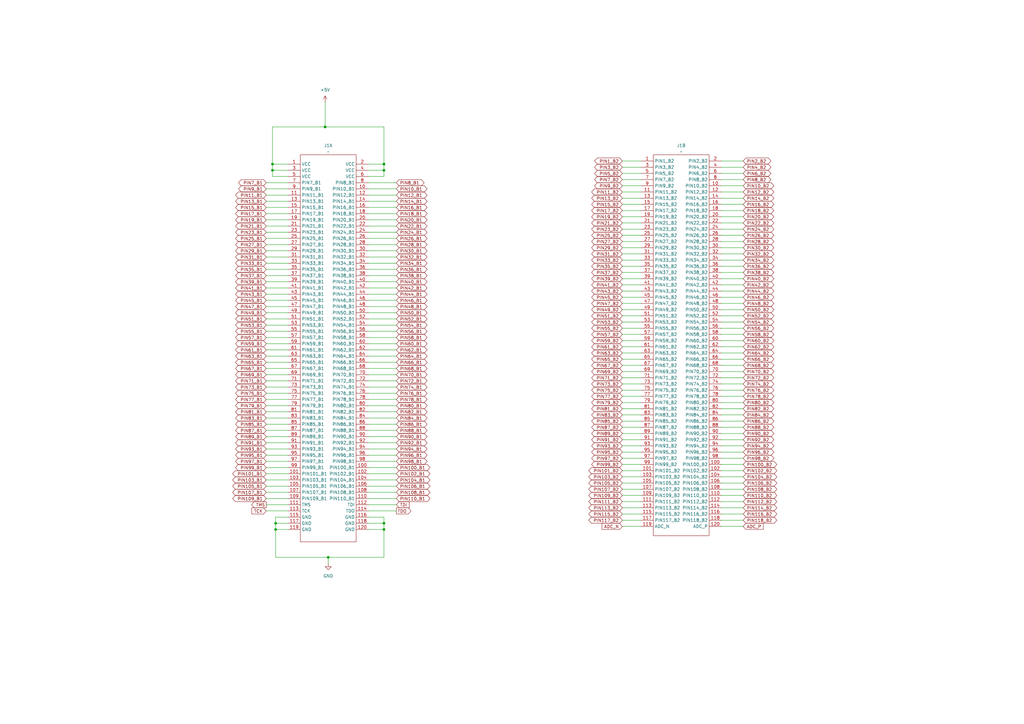
<source format=kicad_sch>
(kicad_sch (version 20231120) (generator "eeschema") (generator_version "8.0")
  (paper "A3")
  (junction (at 111.76 69.85))
  (junction (at 134.62 228.6))
  (junction (at 157.48 217.17))
  (junction (at 157.48 67.31))
  (junction (at 113.03 217.17))
  (junction (at 157.48 69.85))
  (junction (at 113.03 214.63))
  (junction (at 157.48 214.63))
  (junction (at 111.76 67.31))
  (junction (at 133.35 52.07))
  (wire (pts (xy 304.8 116.84) (xy 295.91 116.84)))
  (wire (pts (xy 111.76 69.85) (xy 118.11 69.85)))
  (wire (pts (xy 109.22 110.49) (xy 118.11 110.49)))
  (wire (pts (xy 304.8 121.92) (xy 295.91 121.92)))
  (wire (pts (xy 162.56 115.57) (xy 151.13 115.57)))
  (wire (pts (xy 304.8 83.82) (xy 295.91 83.82)))
  (wire (pts (xy 162.56 151.13) (xy 151.13 151.13)))
  (wire (pts (xy 304.8 104.14) (xy 295.91 104.14)))
  (wire (pts (xy 304.8 144.78) (xy 295.91 144.78)))
  (wire (pts (xy 255.27 106.68) (xy 262.89 106.68)))
  (wire (pts (xy 304.8 111.76) (xy 295.91 111.76)))
  (wire (pts (xy 109.22 161.29) (xy 118.11 161.29)))
  (wire (pts (xy 304.8 71.12) (xy 295.91 71.12)))
  (wire (pts (xy 255.27 68.58) (xy 262.89 68.58)))
  (wire (pts (xy 111.76 52.07) (xy 111.76 67.31)))
  (wire (pts (xy 157.48 214.63) (xy 157.48 212.09)))
  (wire (pts (xy 157.48 228.6) (xy 157.48 217.17)))
  (wire (pts (xy 255.27 101.6) (xy 262.89 101.6)))
  (wire (pts (xy 151.13 67.31) (xy 157.48 67.31)))
  (wire (pts (xy 162.56 85.09) (xy 151.13 85.09)))
  (wire (pts (xy 304.8 81.28) (xy 295.91 81.28)))
  (wire (pts (xy 304.8 190.5) (xy 295.91 190.5)))
  (wire (pts (xy 255.27 165.1) (xy 262.89 165.1)))
  (wire (pts (xy 109.22 138.43) (xy 118.11 138.43)))
  (wire (pts (xy 109.22 163.83) (xy 118.11 163.83)))
  (wire (pts (xy 162.56 191.77) (xy 151.13 191.77)))
  (wire (pts (xy 109.22 77.47) (xy 118.11 77.47)))
  (wire (pts (xy 255.27 114.3) (xy 262.89 114.3)))
  (wire (pts (xy 255.27 124.46) (xy 262.89 124.46)))
  (wire (pts (xy 162.56 166.37) (xy 151.13 166.37)))
  (wire (pts (xy 304.8 134.62) (xy 295.91 134.62)))
  (wire (pts (xy 304.8 208.28) (xy 295.91 208.28)))
  (wire (pts (xy 255.27 144.78) (xy 262.89 144.78)))
  (wire (pts (xy 304.8 167.64) (xy 295.91 167.64)))
  (wire (pts (xy 255.27 154.94) (xy 262.89 154.94)))
  (wire (pts (xy 255.27 215.9) (xy 262.89 215.9)))
  (wire (pts (xy 109.22 133.35) (xy 118.11 133.35)))
  (wire (pts (xy 304.8 96.52) (xy 295.91 96.52)))
  (wire (pts (xy 162.56 204.47) (xy 151.13 204.47)))
  (wire (pts (xy 109.22 158.75) (xy 118.11 158.75)))
  (wire (pts (xy 162.56 196.85) (xy 151.13 196.85)))
  (wire (pts (xy 304.8 203.2) (xy 295.91 203.2)))
  (wire (pts (xy 304.8 86.36) (xy 295.91 86.36)))
  (wire (pts (xy 255.27 86.36) (xy 262.89 86.36)))
  (wire (pts (xy 255.27 96.52) (xy 262.89 96.52)))
  (wire (pts (xy 162.56 97.79) (xy 151.13 97.79)))
  (wire (pts (xy 304.8 187.96) (xy 295.91 187.96)))
  (wire (pts (xy 109.22 207.01) (xy 118.11 207.01)))
  (wire (pts (xy 304.8 147.32) (xy 295.91 147.32)))
  (wire (pts (xy 255.27 205.74) (xy 262.89 205.74)))
  (wire (pts (xy 162.56 209.55) (xy 151.13 209.55)))
  (wire (pts (xy 162.56 77.47) (xy 151.13 77.47)))
  (wire (pts (xy 157.48 52.07) (xy 133.35 52.07)))
  (wire (pts (xy 255.27 111.76) (xy 262.89 111.76)))
  (wire (pts (xy 162.56 176.53) (xy 151.13 176.53)))
  (wire (pts (xy 255.27 162.56) (xy 262.89 162.56)))
  (wire (pts (xy 255.27 152.4) (xy 262.89 152.4)))
  (wire (pts (xy 255.27 147.32) (xy 262.89 147.32)))
  (wire (pts (xy 162.56 107.95) (xy 151.13 107.95)))
  (wire (pts (xy 255.27 137.16) (xy 262.89 137.16)))
  (wire (pts (xy 255.27 182.88) (xy 262.89 182.88)))
  (wire (pts (xy 162.56 113.03) (xy 151.13 113.03)))
  (wire (pts (xy 255.27 193.04) (xy 262.89 193.04)))
  (wire (pts (xy 109.22 87.63) (xy 118.11 87.63)))
  (wire (pts (xy 113.03 214.63) (xy 113.03 217.17)))
  (wire (pts (xy 162.56 173.99) (xy 151.13 173.99)))
  (wire (pts (xy 304.8 170.18) (xy 295.91 170.18)))
  (wire (pts (xy 255.27 170.18) (xy 262.89 170.18)))
  (wire (pts (xy 109.22 102.87) (xy 118.11 102.87)))
  (wire (pts (xy 304.8 205.74) (xy 295.91 205.74)))
  (wire (pts (xy 304.8 149.86) (xy 295.91 149.86)))
  (wire (pts (xy 255.27 142.24) (xy 262.89 142.24)))
  (wire (pts (xy 109.22 209.55) (xy 118.11 209.55)))
  (wire (pts (xy 255.27 157.48) (xy 262.89 157.48)))
  (wire (pts (xy 162.56 87.63) (xy 151.13 87.63)))
  (wire (pts (xy 255.27 149.86) (xy 262.89 149.86)))
  (wire (pts (xy 109.22 186.69) (xy 118.11 186.69)))
  (wire (pts (xy 109.22 184.15) (xy 118.11 184.15)))
  (wire (pts (xy 304.8 185.42) (xy 295.91 185.42)))
  (wire (pts (xy 162.56 138.43) (xy 151.13 138.43)))
  (wire (pts (xy 109.22 107.95) (xy 118.11 107.95)))
  (wire (pts (xy 304.8 137.16) (xy 295.91 137.16)))
  (wire (pts (xy 134.62 228.6) (xy 157.48 228.6)))
  (wire (pts (xy 162.56 168.91) (xy 151.13 168.91)))
  (wire (pts (xy 255.27 129.54) (xy 262.89 129.54)))
  (wire (pts (xy 109.22 74.93) (xy 118.11 74.93)))
  (wire (pts (xy 111.76 67.31) (xy 118.11 67.31)))
  (wire (pts (xy 133.35 41.91) (xy 133.35 52.07)))
  (wire (pts (xy 255.27 93.98) (xy 262.89 93.98)))
  (wire (pts (xy 134.62 228.6) (xy 134.62 231.14)))
  (wire (pts (xy 133.35 52.07) (xy 111.76 52.07)))
  (wire (pts (xy 304.8 114.3) (xy 295.91 114.3)))
  (wire (pts (xy 162.56 201.93) (xy 151.13 201.93)))
  (wire (pts (xy 109.22 148.59) (xy 118.11 148.59)))
  (wire (pts (xy 255.27 99.06) (xy 262.89 99.06)))
  (wire (pts (xy 304.8 182.88) (xy 295.91 182.88)))
  (wire (pts (xy 304.8 106.68) (xy 295.91 106.68)))
  (wire (pts (xy 304.8 213.36) (xy 295.91 213.36)))
  (wire (pts (xy 109.22 199.39) (xy 118.11 199.39)))
  (wire (pts (xy 304.8 132.08) (xy 295.91 132.08)))
  (wire (pts (xy 111.76 67.31) (xy 111.76 69.85)))
  (wire (pts (xy 304.8 109.22) (xy 295.91 109.22)))
  (wire (pts (xy 304.8 68.58) (xy 295.91 68.58)))
  (wire (pts (xy 109.22 156.21) (xy 118.11 156.21)))
  (wire (pts (xy 109.22 123.19) (xy 118.11 123.19)))
  (wire (pts (xy 109.22 196.85) (xy 118.11 196.85)))
  (wire (pts (xy 162.56 163.83) (xy 151.13 163.83)))
  (wire (pts (xy 157.48 67.31) (xy 157.48 52.07)))
  (wire (pts (xy 255.27 83.82) (xy 262.89 83.82)))
  (wire (pts (xy 255.27 160.02) (xy 262.89 160.02)))
  (wire (pts (xy 304.8 193.04) (xy 295.91 193.04)))
  (wire (pts (xy 255.27 180.34) (xy 262.89 180.34)))
  (wire (pts (xy 109.22 194.31) (xy 118.11 194.31)))
  (wire (pts (xy 304.8 101.6) (xy 295.91 101.6)))
  (wire (pts (xy 304.8 165.1) (xy 295.91 165.1)))
  (wire (pts (xy 255.27 73.66) (xy 262.89 73.66)))
  (wire (pts (xy 304.8 76.2) (xy 295.91 76.2)))
  (wire (pts (xy 157.48 217.17) (xy 157.48 214.63)))
  (wire (pts (xy 304.8 93.98) (xy 295.91 93.98)))
  (wire (pts (xy 113.03 217.17) (xy 113.03 228.6)))
  (wire (pts (xy 255.27 200.66) (xy 262.89 200.66)))
  (wire (pts (xy 109.22 143.51) (xy 118.11 143.51)))
  (wire (pts (xy 113.03 217.17) (xy 118.11 217.17)))
  (wire (pts (xy 255.27 66.04) (xy 262.89 66.04)))
  (wire (pts (xy 157.48 72.39) (xy 157.48 69.85)))
  (wire (pts (xy 255.27 203.2) (xy 262.89 203.2)))
  (wire (pts (xy 162.56 80.01) (xy 151.13 80.01)))
  (wire (pts (xy 109.22 201.93) (xy 118.11 201.93)))
  (wire (pts (xy 109.22 105.41) (xy 118.11 105.41)))
  (wire (pts (xy 162.56 199.39) (xy 151.13 199.39)))
  (wire (pts (xy 304.8 157.48) (xy 295.91 157.48)))
  (wire (pts (xy 109.22 130.81) (xy 118.11 130.81)))
  (wire (pts (xy 255.27 139.7) (xy 262.89 139.7)))
  (wire (pts (xy 162.56 125.73) (xy 151.13 125.73)))
  (wire (pts (xy 162.56 133.35) (xy 151.13 133.35)))
  (wire (pts (xy 304.8 124.46) (xy 295.91 124.46)))
  (wire (pts (xy 304.8 162.56) (xy 295.91 162.56)))
  (wire (pts (xy 109.22 125.73) (xy 118.11 125.73)))
  (wire (pts (xy 109.22 80.01) (xy 118.11 80.01)))
  (wire (pts (xy 162.56 158.75) (xy 151.13 158.75)))
  (wire (pts (xy 162.56 156.21) (xy 151.13 156.21)))
  (wire (pts (xy 304.8 119.38) (xy 295.91 119.38)))
  (wire (pts (xy 111.76 69.85) (xy 111.76 72.39)))
  (wire (pts (xy 113.03 214.63) (xy 118.11 214.63)))
  (wire (pts (xy 255.27 109.22) (xy 262.89 109.22)))
  (wire (pts (xy 162.56 194.31) (xy 151.13 194.31)))
  (wire (pts (xy 255.27 88.9) (xy 262.89 88.9)))
  (wire (pts (xy 304.8 175.26) (xy 295.91 175.26)))
  (wire (pts (xy 162.56 92.71) (xy 151.13 92.71)))
  (wire (pts (xy 304.8 195.58) (xy 295.91 195.58)))
  (wire (pts (xy 255.27 198.12) (xy 262.89 198.12)))
  (wire (pts (xy 162.56 123.19) (xy 151.13 123.19)))
  (wire (pts (xy 162.56 184.15) (xy 151.13 184.15)))
  (wire (pts (xy 113.03 228.6) (xy 134.62 228.6)))
  (wire (pts (xy 255.27 208.28) (xy 262.89 208.28)))
  (wire (pts (xy 304.8 152.4) (xy 295.91 152.4)))
  (wire (pts (xy 255.27 177.8) (xy 262.89 177.8)))
  (wire (pts (xy 162.56 105.41) (xy 151.13 105.41)))
  (wire (pts (xy 109.22 118.11) (xy 118.11 118.11)))
  (wire (pts (xy 162.56 90.17) (xy 151.13 90.17)))
  (wire (pts (xy 109.22 135.89) (xy 118.11 135.89)))
  (wire (pts (xy 109.22 181.61) (xy 118.11 181.61)))
  (wire (pts (xy 109.22 153.67) (xy 118.11 153.67)))
  (wire (pts (xy 109.22 97.79) (xy 118.11 97.79)))
  (wire (pts (xy 255.27 213.36) (xy 262.89 213.36)))
  (wire (pts (xy 255.27 190.5) (xy 262.89 190.5)))
  (wire (pts (xy 304.8 177.8) (xy 295.91 177.8)))
  (wire (pts (xy 304.8 73.66) (xy 295.91 73.66)))
  (wire (pts (xy 162.56 120.65) (xy 151.13 120.65)))
  (wire (pts (xy 304.8 154.94) (xy 295.91 154.94)))
  (wire (pts (xy 304.8 198.12) (xy 295.91 198.12)))
  (wire (pts (xy 109.22 82.55) (xy 118.11 82.55)))
  (wire (pts (xy 255.27 187.96) (xy 262.89 187.96)))
  (wire (pts (xy 162.56 189.23) (xy 151.13 189.23)))
  (wire (pts (xy 255.27 104.14) (xy 262.89 104.14)))
  (wire (pts (xy 255.27 210.82) (xy 262.89 210.82)))
  (wire (pts (xy 157.48 212.09) (xy 151.13 212.09)))
  (wire (pts (xy 304.8 91.44) (xy 295.91 91.44)))
  (wire (pts (xy 162.56 82.55) (xy 151.13 82.55)))
  (wire (pts (xy 255.27 195.58) (xy 262.89 195.58)))
  (wire (pts (xy 304.8 215.9) (xy 295.91 215.9)))
  (wire (pts (xy 162.56 118.11) (xy 151.13 118.11)))
  (wire (pts (xy 304.8 142.24) (xy 295.91 142.24)))
  (wire (pts (xy 109.22 113.03) (xy 118.11 113.03)))
  (wire (pts (xy 109.22 204.47) (xy 118.11 204.47)))
  (wire (pts (xy 255.27 175.26) (xy 262.89 175.26)))
  (wire (pts (xy 109.22 128.27) (xy 118.11 128.27)))
  (wire (pts (xy 162.56 161.29) (xy 151.13 161.29)))
  (wire (pts (xy 162.56 171.45) (xy 151.13 171.45)))
  (wire (pts (xy 162.56 181.61) (xy 151.13 181.61)))
  (wire (pts (xy 162.56 128.27) (xy 151.13 128.27)))
  (wire (pts (xy 113.03 212.09) (xy 113.03 214.63)))
  (wire (pts (xy 162.56 148.59) (xy 151.13 148.59)))
  (wire (pts (xy 162.56 110.49) (xy 151.13 110.49)))
  (wire (pts (xy 109.22 140.97) (xy 118.11 140.97)))
  (wire (pts (xy 162.56 135.89) (xy 151.13 135.89)))
  (wire (pts (xy 255.27 116.84) (xy 262.89 116.84)))
  (wire (pts (xy 162.56 186.69) (xy 151.13 186.69)))
  (wire (pts (xy 111.76 72.39) (xy 118.11 72.39)))
  (wire (pts (xy 255.27 76.2) (xy 262.89 76.2)))
  (wire (pts (xy 255.27 167.64) (xy 262.89 167.64)))
  (wire (pts (xy 109.22 176.53) (xy 118.11 176.53)))
  (wire (pts (xy 304.8 88.9) (xy 295.91 88.9)))
  (wire (pts (xy 109.22 166.37) (xy 118.11 166.37)))
  (wire (pts (xy 162.56 102.87) (xy 151.13 102.87)))
  (wire (pts (xy 151.13 214.63) (xy 157.48 214.63)))
  (wire (pts (xy 109.22 146.05) (xy 118.11 146.05)))
  (wire (pts (xy 304.8 78.74) (xy 295.91 78.74)))
  (wire (pts (xy 255.27 134.62) (xy 262.89 134.62)))
  (wire (pts (xy 151.13 72.39) (xy 157.48 72.39)))
  (wire (pts (xy 255.27 119.38) (xy 262.89 119.38)))
  (wire (pts (xy 162.56 207.01) (xy 151.13 207.01)))
  (wire (pts (xy 304.8 210.82) (xy 295.91 210.82)))
  (wire (pts (xy 109.22 95.25) (xy 118.11 95.25)))
  (wire (pts (xy 304.8 160.02) (xy 295.91 160.02)))
  (wire (pts (xy 304.8 200.66) (xy 295.91 200.66)))
  (wire (pts (xy 255.27 172.72) (xy 262.89 172.72)))
  (wire (pts (xy 304.8 172.72) (xy 295.91 172.72)))
  (wire (pts (xy 157.48 69.85) (xy 157.48 67.31)))
  (wire (pts (xy 162.56 179.07) (xy 151.13 179.07)))
  (wire (pts (xy 118.11 212.09) (xy 113.03 212.09)))
  (wire (pts (xy 162.56 140.97) (xy 151.13 140.97)))
  (wire (pts (xy 255.27 121.92) (xy 262.89 121.92)))
  (wire (pts (xy 109.22 100.33) (xy 118.11 100.33)))
  (wire (pts (xy 304.8 127) (xy 295.91 127)))
  (wire (pts (xy 162.56 74.93) (xy 151.13 74.93)))
  (wire (pts (xy 255.27 132.08) (xy 262.89 132.08)))
  (wire (pts (xy 162.56 95.25) (xy 151.13 95.25)))
  (wire (pts (xy 255.27 127) (xy 262.89 127)))
  (wire (pts (xy 109.22 189.23) (xy 118.11 189.23)))
  (wire (pts (xy 255.27 91.44) (xy 262.89 91.44)))
  (wire (pts (xy 109.22 115.57) (xy 118.11 115.57)))
  (wire (pts (xy 162.56 146.05) (xy 151.13 146.05)))
  (wire (pts (xy 109.22 179.07) (xy 118.11 179.07)))
  (wire (pts (xy 255.27 185.42) (xy 262.89 185.42)))
  (wire (pts (xy 304.8 129.54) (xy 295.91 129.54)))
  (wire (pts (xy 162.56 130.81) (xy 151.13 130.81)))
  (wire (pts (xy 151.13 69.85) (xy 157.48 69.85)))
  (wire (pts (xy 109.22 173.99) (xy 118.11 173.99)))
  (wire (pts (xy 109.22 191.77) (xy 118.11 191.77)))
  (wire (pts (xy 304.8 139.7) (xy 295.91 139.7)))
  (wire (pts (xy 255.27 81.28) (xy 262.89 81.28)))
  (wire (pts (xy 109.22 151.13) (xy 118.11 151.13)))
  (wire (pts (xy 304.8 99.06) (xy 295.91 99.06)))
  (wire (pts (xy 162.56 153.67) (xy 151.13 153.67)))
  (wire (pts (xy 304.8 66.04) (xy 295.91 66.04)))
  (wire (pts (xy 255.27 71.12) (xy 262.89 71.12)))
  (wire (pts (xy 162.56 100.33) (xy 151.13 100.33)))
  (wire (pts (xy 151.13 217.17) (xy 157.48 217.17)))
  (wire (pts (xy 109.22 171.45) (xy 118.11 171.45)))
  (wire (pts (xy 109.22 90.17) (xy 118.11 90.17)))
  (wire (pts (xy 255.27 78.74) (xy 262.89 78.74)))
  (wire (pts (xy 109.22 92.71) (xy 118.11 92.71)))
  (wire (pts (xy 162.56 143.51) (xy 151.13 143.51)))
  (wire (pts (xy 109.22 168.91) (xy 118.11 168.91)))
  (wire (pts (xy 109.22 85.09) (xy 118.11 85.09)))
  (wire (pts (xy 109.22 120.65) (xy 118.11 120.65)))
  (wire (pts (xy 304.8 180.34) (xy 295.91 180.34)))
  (global_label "PIN31_B1" (shape bidirectional) (at 109.22 105.41 180) (property "Intersheetrefs" "${INTERSHEET_REFS}" (effects (hide yes))))
  (global_label "PIN23_B2" (shape bidirectional) (at 255.27 93.98 180) (property "Intersheetrefs" "${INTERSHEET_REFS}" (effects (hide yes))))
  (global_label "PIN90_B1" (shape bidirectional) (at 162.56 179.07 0) (property "Intersheetrefs" "${INTERSHEET_REFS}" (effects (hide yes))))
  (global_label "PIN67_B1" (shape bidirectional) (at 109.22 151.13 180) (property "Intersheetrefs" "${INTERSHEET_REFS}" (effects (hide yes))))
  (global_label "PIN28_B1" (shape bidirectional) (at 162.56 100.33 0) (property "Intersheetrefs" "${INTERSHEET_REFS}" (effects (hide yes))))
  (global_label "PIN39_B2" (shape bidirectional) (at 255.27 114.3 180) (property "Intersheetrefs" "${INTERSHEET_REFS}" (effects (hide yes))))
  (global_label "PIN11_B1" (shape bidirectional) (at 109.22 80.01 180) (property "Intersheetrefs" "${INTERSHEET_REFS}" (effects (hide yes))))
  (global_label "PIN55_B2" (shape bidirectional) (at 255.27 134.62 180) (property "Intersheetrefs" "${INTERSHEET_REFS}" (effects (hide yes))))
  (global_label "PIN58_B2" (shape bidirectional) (at 304.8 137.16 0) (property "Intersheetrefs" "${INTERSHEET_REFS}" (effects (hide yes))))
  (global_label "PIN62_B1" (shape bidirectional) (at 162.56 143.51 0) (property "Intersheetrefs" "${INTERSHEET_REFS}" (effects (hide yes))))
  (global_label "PIN62_B2" (shape bidirectional) (at 304.8 142.24 0) (property "Intersheetrefs" "${INTERSHEET_REFS}" (effects (hide yes))))
  (global_label "PIN79_B1" (shape bidirectional) (at 109.22 166.37 180) (property "Intersheetrefs" "${INTERSHEET_REFS}" (effects (hide yes))))
  (global_label "PIN73_B1" (shape bidirectional) (at 109.22 158.75 180) (property "Intersheetrefs" "${INTERSHEET_REFS}" (effects (hide yes))))
  (global_label "PIN38_B2" (shape bidirectional) (at 304.8 111.76 0) (property "Intersheetrefs" "${INTERSHEET_REFS}" (effects (hide yes))))
  (global_label "PIN102_B2" (shape bidirectional) (at 304.8 193.04 0) (property "Intersheetrefs" "${INTERSHEET_REFS}" (effects (hide yes))))
  (global_label "PIN5_B2" (shape bidirectional) (at 255.27 71.12 180) (property "Intersheetrefs" "${INTERSHEET_REFS}" (effects (hide yes))))
  (global_label "PIN81_B1" (shape bidirectional) (at 109.22 168.91 180) (property "Intersheetrefs" "${INTERSHEET_REFS}" (effects (hide yes))))
  (global_label "PIN86_B2" (shape bidirectional) (at 304.8 172.72 0) (property "Intersheetrefs" "${INTERSHEET_REFS}" (effects (hide yes))))
  (global_label "PIN98_B1" (shape bidirectional) (at 162.56 189.23 0) (property "Intersheetrefs" "${INTERSHEET_REFS}" (effects (hide yes))))
  (global_label "PIN83_B2" (shape bidirectional) (at 255.27 170.18 180) (property "Intersheetrefs" "${INTERSHEET_REFS}" (effects (hide yes))))
  (global_label "PIN54_B1" (shape bidirectional) (at 162.56 133.35 0) (property "Intersheetrefs" "${INTERSHEET_REFS}" (effects (hide yes))))
  (global_label "TDO" (shape output) (at 162.56 209.55 0) (property "Intersheetrefs" "${INTERSHEET_REFS}" (effects (hide yes))))
  (global_label "PIN68_B2" (shape bidirectional) (at 304.8 149.86 0) (property "Intersheetrefs" "${INTERSHEET_REFS}" (effects (hide yes))))
  (global_label "PIN49_B2" (shape bidirectional) (at 255.27 127 180) (property "Intersheetrefs" "${INTERSHEET_REFS}" (effects (hide yes))))
  (global_label "PIN10_B2" (shape bidirectional) (at 304.8 76.2 0) (property "Intersheetrefs" "${INTERSHEET_REFS}" (effects (hide yes))))
  (global_label "PIN34_B1" (shape bidirectional) (at 162.56 107.95 0) (property "Intersheetrefs" "${INTERSHEET_REFS}" (effects (hide yes))))
  (global_label "PIN16_B1" (shape bidirectional) (at 162.56 85.09 0) (property "Intersheetrefs" "${INTERSHEET_REFS}" (effects (hide yes))))
  (global_label "PIN15_B2" (shape bidirectional) (at 255.27 83.82 180) (property "Intersheetrefs" "${INTERSHEET_REFS}" (effects (hide yes))))
  (global_label "PIN104_B1" (shape bidirectional) (at 162.56 196.85 0) (property "Intersheetrefs" "${INTERSHEET_REFS}" (effects (hide yes))))
  (global_label "PIN69_B2" (shape bidirectional) (at 255.27 152.4 180) (property "Intersheetrefs" "${INTERSHEET_REFS}" (effects (hide yes))))
  (global_label "PIN103_B2" (shape bidirectional) (at 255.27 195.58 180) (property "Intersheetrefs" "${INTERSHEET_REFS}" (effects (hide yes))))
  (global_label "PIN60_B1" (shape bidirectional) (at 162.56 140.97 0) (property "Intersheetrefs" "${INTERSHEET_REFS}" (effects (hide yes))))
  (global_label "PIN13_B1" (shape bidirectional) (at 109.22 82.55 180) (property "Intersheetrefs" "${INTERSHEET_REFS}" (effects (hide yes))))
  (global_label "PIN50_B2" (shape bidirectional) (at 304.8 127 0) (property "Intersheetrefs" "${INTERSHEET_REFS}" (effects (hide yes))))
  (global_label "PIN87_B2" (shape bidirectional) (at 255.27 175.26 180) (property "Intersheetrefs" "${INTERSHEET_REFS}" (effects (hide yes))))
  (global_label "PIN70_B2" (shape bidirectional) (at 304.8 152.4 0) (property "Intersheetrefs" "${INTERSHEET_REFS}" (effects (hide yes))))
  (global_label "PIN104_B2" (shape bidirectional) (at 304.8 195.58 0) (property "Intersheetrefs" "${INTERSHEET_REFS}" (effects (hide yes))))
  (global_label "PIN12_B2" (shape bidirectional) (at 304.8 78.74 0) (property "Intersheetrefs" "${INTERSHEET_REFS}" (effects (hide yes))))
  (global_label "PIN45_B2" (shape bidirectional) (at 255.27 121.92 180) (property "Intersheetrefs" "${INTERSHEET_REFS}" (effects (hide yes))))
  (global_label "PIN107_B2" (shape bidirectional) (at 255.27 200.66 180) (property "Intersheetrefs" "${INTERSHEET_REFS}" (effects (hide yes))))
  (global_label "PIN43_B1" (shape bidirectional) (at 109.22 120.65 180) (property "Intersheetrefs" "${INTERSHEET_REFS}" (effects (hide yes))))
  (global_label "PIN63_B1" (shape bidirectional) (at 109.22 146.05 180) (property "Intersheetrefs" "${INTERSHEET_REFS}" (effects (hide yes))))
  (global_label "PIN78_B2" (shape bidirectional) (at 304.8 162.56 0) (property "Intersheetrefs" "${INTERSHEET_REFS}" (effects (hide yes))))
  (global_label "PIN75_B2" (shape bidirectional) (at 255.27 160.02 180) (property "Intersheetrefs" "${INTERSHEET_REFS}" (effects (hide yes))))
  (global_label "PIN97_B1" (shape bidirectional) (at 109.22 189.23 180) (property "Intersheetrefs" "${INTERSHEET_REFS}" (effects (hide yes))))
  (global_label "PIN105_B2" (shape bidirectional) (at 255.27 198.12 180) (property "Intersheetrefs" "${INTERSHEET_REFS}" (effects (hide yes))))
  (global_label "PIN74_B2" (shape bidirectional) (at 304.8 157.48 0) (property "Intersheetrefs" "${INTERSHEET_REFS}" (effects (hide yes))))
  (global_label "PIN41_B1" (shape bidirectional) (at 109.22 118.11 180) (property "Intersheetrefs" "${INTERSHEET_REFS}" (effects (hide yes))))
  (global_label "PIN109_B2" (shape bidirectional) (at 255.27 203.2 180) (property "Intersheetrefs" "${INTERSHEET_REFS}" (effects (hide yes))))
  (global_label "PIN28_B2" (shape bidirectional) (at 304.8 99.06 0) (property "Intersheetrefs" "${INTERSHEET_REFS}" (effects (hide yes))))
  (global_label "PIN90_B2" (shape bidirectional) (at 304.8 177.8 0) (property "Intersheetrefs" "${INTERSHEET_REFS}" (effects (hide yes))))
  (global_label "PIN66_B2" (shape bidirectional) (at 304.8 147.32 0) (property "Intersheetrefs" "${INTERSHEET_REFS}" (effects (hide yes))))
  (global_label "PIN24_B1" (shape bidirectional) (at 162.56 95.25 0) (property "Intersheetrefs" "${INTERSHEET_REFS}" (effects (hide yes))))
  (global_label "PIN13_B2" (shape bidirectional) (at 255.27 81.28 180) (property "Intersheetrefs" "${INTERSHEET_REFS}" (effects (hide yes))))
  (global_label "PIN88_B2" (shape bidirectional) (at 304.8 175.26 0) (property "Intersheetrefs" "${INTERSHEET_REFS}" (effects (hide yes))))
  (global_label "PIN96_B2" (shape bidirectional) (at 304.8 185.42 0) (property "Intersheetrefs" "${INTERSHEET_REFS}" (effects (hide yes))))
  (global_label "PIN85_B1" (shape bidirectional) (at 109.22 173.99 180) (property "Intersheetrefs" "${INTERSHEET_REFS}" (effects (hide yes))))
  (global_label "PIN19_B1" (shape bidirectional) (at 109.22 90.17 180) (property "Intersheetrefs" "${INTERSHEET_REFS}" (effects (hide yes))))
  (global_label "PIN31_B2" (shape bidirectional) (at 255.27 104.14 180) (property "Intersheetrefs" "${INTERSHEET_REFS}" (effects (hide yes))))
  (global_label "PIN87_B1" (shape bidirectional) (at 109.22 176.53 180) (property "Intersheetrefs" "${INTERSHEET_REFS}" (effects (hide yes))))
  (global_label "PIN92_B1" (shape bidirectional) (at 162.56 181.61 0) (property "Intersheetrefs" "${INTERSHEET_REFS}" (effects (hide yes))))
  (global_label "PIN71_B2" (shape bidirectional) (at 255.27 154.94 180) (property "Intersheetrefs" "${INTERSHEET_REFS}" (effects (hide yes))))
  (global_label "PIN42_B1" (shape bidirectional) (at 162.56 118.11 0) (property "Intersheetrefs" "${INTERSHEET_REFS}" (effects (hide yes))))
  (global_label "PIN43_B2" (shape bidirectional) (at 255.27 119.38 180) (property "Intersheetrefs" "${INTERSHEET_REFS}" (effects (hide yes))))
  (global_label "PIN72_B2" (shape bidirectional) (at 304.8 154.94 0) (property "Intersheetrefs" "${INTERSHEET_REFS}" (effects (hide yes))))
  (global_label "PIN25_B2" (shape bidirectional) (at 255.27 96.52 180) (property "Intersheetrefs" "${INTERSHEET_REFS}" (effects (hide yes))))
  (global_label "PIN29_B1" (shape bidirectional) (at 109.22 102.87 180) (property "Intersheetrefs" "${INTERSHEET_REFS}" (effects (hide yes))))
  (global_label "PIN24_B2" (shape bidirectional) (at 304.8 93.98 0) (property "Intersheetrefs" "${INTERSHEET_REFS}" (effects (hide yes))))
  (global_label "PIN70_B1" (shape bidirectional) (at 162.56 153.67 0) (property "Intersheetrefs" "${INTERSHEET_REFS}" (effects (hide yes))))
  (global_label "PIN99_B1" (shape bidirectional) (at 109.22 191.77 180) (property "Intersheetrefs" "${INTERSHEET_REFS}" (effects (hide yes))))
  (global_label "PIN38_B1" (shape bidirectional) (at 162.56 113.03 0) (property "Intersheetrefs" "${INTERSHEET_REFS}" (effects (hide yes))))
  (global_label "PIN116_B2" (shape bidirectional) (at 304.8 210.82 0) (property "Intersheetrefs" "${INTERSHEET_REFS}" (effects (hide yes))))
  (global_label "PIN94_B1" (shape bidirectional) (at 162.56 184.15 0) (property "Intersheetrefs" "${INTERSHEET_REFS}" (effects (hide yes))))
  (global_label "PIN47_B1" (shape bidirectional) (at 109.22 125.73 180) (property "Intersheetrefs" "${INTERSHEET_REFS}" (effects (hide yes))))
  (global_label "PIN36_B2" (shape bidirectional) (at 304.8 109.22 0) (property "Intersheetrefs" "${INTERSHEET_REFS}" (effects (hide yes))))
  (global_label "PIN67_B2" (shape bidirectional) (at 255.27 149.86 180) (property "Intersheetrefs" "${INTERSHEET_REFS}" (effects (hide yes))))
  (global_label "PIN78_B1" (shape bidirectional) (at 162.56 163.83 0) (property "Intersheetrefs" "${INTERSHEET_REFS}" (effects (hide yes))))
  (global_label "TCK" (shape input) (at 109.22 209.55 180) (property "Intersheetrefs" "${INTERSHEET_REFS}" (effects (hide yes))))
  (global_label "PIN74_B1" (shape bidirectional) (at 162.56 158.75 0) (property "Intersheetrefs" "${INTERSHEET_REFS}" (effects (hide yes))))
  (global_label "PIN115_B2" (shape bidirectional) (at 255.27 210.82 180) (property "Intersheetrefs" "${INTERSHEET_REFS}" (effects (hide yes))))
  (global_label "PIN101_B2" (shape bidirectional) (at 255.27 193.04 180) (property "Intersheetrefs" "${INTERSHEET_REFS}" (effects (hide yes))))
  (global_label "PIN68_B1" (shape bidirectional) (at 162.56 151.13 0) (property "Intersheetrefs" "${INTERSHEET_REFS}" (effects (hide yes))))
  (global_label "PIN65_B2" (shape bidirectional) (at 255.27 147.32 180) (property "Intersheetrefs" "${INTERSHEET_REFS}" (effects (hide yes))))
  (global_label "PIN92_B2" (shape bidirectional) (at 304.8 180.34 0) (property "Intersheetrefs" "${INTERSHEET_REFS}" (effects (hide yes))))
  (global_label "PIN65_B1" (shape bidirectional) (at 109.22 148.59 180) (property "Intersheetrefs" "${INTERSHEET_REFS}" (effects (hide yes))))
  (global_label "PIN51_B1" (shape bidirectional) (at 109.22 130.81 180) (property "Intersheetrefs" "${INTERSHEET_REFS}" (effects (hide yes))))
  (global_label "PIN49_B1" (shape bidirectional) (at 109.22 128.27 180) (property "Intersheetrefs" "${INTERSHEET_REFS}" (effects (hide yes))))
  (global_label "PIN22_B1" (shape bidirectional) (at 162.56 92.71 0) (property "Intersheetrefs" "${INTERSHEET_REFS}" (effects (hide yes))))
  (global_label "PIN91_B2" (shape bidirectional) (at 255.27 180.34 180) (property "Intersheetrefs" "${INTERSHEET_REFS}" (effects (hide yes))))
  (global_label "PIN16_B2" (shape bidirectional) (at 304.8 83.82 0) (property "Intersheetrefs" "${INTERSHEET_REFS}" (effects (hide yes))))
  (global_label "PIN53_B2" (shape bidirectional) (at 255.27 132.08 180) (property "Intersheetrefs" "${INTERSHEET_REFS}" (effects (hide yes))))
  (global_label "PIN91_B1" (shape bidirectional) (at 109.22 181.61 180) (property "Intersheetrefs" "${INTERSHEET_REFS}" (effects (hide yes))))
  (global_label "PIN80_B2" (shape bidirectional) (at 304.8 165.1 0) (property "Intersheetrefs" "${INTERSHEET_REFS}" (effects (hide yes))))
  (global_label "PIN30_B1" (shape bidirectional) (at 162.56 102.87 0) (property "Intersheetrefs" "${INTERSHEET_REFS}" (effects (hide yes))))
  (global_label "PIN88_B1" (shape bidirectional) (at 162.56 176.53 0) (property "Intersheetrefs" "${INTERSHEET_REFS}" (effects (hide yes))))
  (global_label "PIN1_B2" (shape bidirectional) (at 255.27 66.04 180) (property "Intersheetrefs" "${INTERSHEET_REFS}" (effects (hide yes))))
  (global_label "PIN26_B1" (shape bidirectional) (at 162.56 97.79 0) (property "Intersheetrefs" "${INTERSHEET_REFS}" (effects (hide yes))))
  (global_label "PIN14_B1" (shape bidirectional) (at 162.56 82.55 0) (property "Intersheetrefs" "${INTERSHEET_REFS}" (effects (hide yes))))
  (global_label "PIN109_B1" (shape bidirectional) (at 109.22 204.47 180) (property "Intersheetrefs" "${INTERSHEET_REFS}" (effects (hide yes))))
  (global_label "PIN27_B2" (shape bidirectional) (at 255.27 99.06 180) (property "Intersheetrefs" "${INTERSHEET_REFS}" (effects (hide yes))))
  (global_label "PIN108_B1" (shape bidirectional) (at 162.56 201.93 0) (property "Intersheetrefs" "${INTERSHEET_REFS}" (effects (hide yes))))
  (global_label "PIN7_B1" (shape bidirectional) (at 109.22 74.93 180) (property "Intersheetrefs" "${INTERSHEET_REFS}" (effects (hide yes))))
  (global_label "PIN33_B1" (shape bidirectional) (at 109.22 107.95 180) (property "Intersheetrefs" "${INTERSHEET_REFS}" (effects (hide yes))))
  (global_label "PIN14_B2" (shape bidirectional) (at 304.8 81.28 0) (property "Intersheetrefs" "${INTERSHEET_REFS}" (effects (hide yes))))
  (global_label "PIN118_B2" (shape bidirectional) (at 304.8 213.36 0) (property "Intersheetrefs" "${INTERSHEET_REFS}" (effects (hide yes))))
  (global_label "PIN35_B2" (shape bidirectional) (at 255.27 109.22 180) (property "Intersheetrefs" "${INTERSHEET_REFS}" (effects (hide yes))))
  (global_label "PIN54_B2" (shape bidirectional) (at 304.8 132.08 0) (property "Intersheetrefs" "${INTERSHEET_REFS}" (effects (hide yes))))
  (global_label "PIN18_B1" (shape bidirectional) (at 162.56 87.63 0) (property "Intersheetrefs" "${INTERSHEET_REFS}" (effects (hide yes))))
  (global_label "PIN71_B1" (shape bidirectional) (at 109.22 156.21 180) (property "Intersheetrefs" "${INTERSHEET_REFS}" (effects (hide yes))))
  (global_label "PIN111_B2" (shape bidirectional) (at 255.27 205.74 180) (property "Intersheetrefs" "${INTERSHEET_REFS}" (effects (hide yes))))
  (global_label "PIN34_B2" (shape bidirectional) (at 304.8 106.68 0) (property "Intersheetrefs" "${INTERSHEET_REFS}" (effects (hide yes))))
  (global_label "PIN110_B1" (shape bidirectional) (at 162.56 204.47 0) (property "Intersheetrefs" "${INTERSHEET_REFS}" (effects (hide yes))))
  (global_label "PIN72_B1" (shape bidirectional) (at 162.56 156.21 0) (property "Intersheetrefs" "${INTERSHEET_REFS}" (effects (hide yes))))
  (global_label "PIN97_B2" (shape bidirectional) (at 255.27 187.96 180) (property "Intersheetrefs" "${INTERSHEET_REFS}" (effects (hide yes))))
  (global_label "PIN98_B2" (shape bidirectional) (at 304.8 187.96 0) (property "Intersheetrefs" "${INTERSHEET_REFS}" (effects (hide yes))))
  (global_label "PIN32_B1" (shape bidirectional) (at 162.56 105.41 0) (property "Intersheetrefs" "${INTERSHEET_REFS}" (effects (hide yes))))
  (global_label "PIN48_B1" (shape bidirectional) (at 162.56 125.73 0) (property "Intersheetrefs" "${INTERSHEET_REFS}" (effects (hide yes))))
  (global_label "PIN7_B2" (shape bidirectional) (at 255.27 73.66 180) (property "Intersheetrefs" "${INTERSHEET_REFS}" (effects (hide yes))))
  (global_label "PIN73_B2" (shape bidirectional) (at 255.27 157.48 180) (property "Intersheetrefs" "${INTERSHEET_REFS}" (effects (hide yes))))
  (global_label "PIN100_B2" (shape bidirectional) (at 304.8 190.5 0) (property "Intersheetrefs" "${INTERSHEET_REFS}" (effects (hide yes))))
  (global_label "PIN113_B2" (shape bidirectional) (at 255.27 208.28 180) (property "Intersheetrefs" "${INTERSHEET_REFS}" (effects (hide yes))))
  (global_label "PIN114_B2" (shape bidirectional) (at 304.8 208.28 0) (property "Intersheetrefs" "${INTERSHEET_REFS}" (effects (hide yes))))
  (global_label "PIN75_B1" (shape bidirectional) (at 109.22 161.29 180) (property "Intersheetrefs" "${INTERSHEET_REFS}" (effects (hide yes))))
  (global_label "PIN6_B2" (shape bidirectional) (at 304.8 71.12 0) (property "Intersheetrefs" "${INTERSHEET_REFS}" (effects (hide yes))))
  (global_label "PIN76_B2" (shape bidirectional) (at 304.8 160.02 0) (property "Intersheetrefs" "${INTERSHEET_REFS}" (effects (hide yes))))
  (global_label "PIN23_B1" (shape bidirectional) (at 109.22 95.25 180) (property "Intersheetrefs" "${INTERSHEET_REFS}" (effects (hide yes))))
  (global_label "PIN4_B2" (shape bidirectional) (at 304.8 68.58 0) (property "Intersheetrefs" "${INTERSHEET_REFS}" (effects (hide yes))))
  (global_label "PIN93_B2" (shape bidirectional) (at 255.27 182.88 180) (property "Intersheetrefs" "${INTERSHEET_REFS}" (effects (hide yes))))
  (global_label "PIN44_B1" (shape bidirectional) (at 162.56 120.65 0) (property "Intersheetrefs" "${INTERSHEET_REFS}" (effects (hide yes))))
  (global_label "PIN22_B2" (shape bidirectional) (at 304.8 91.44 0) (property "Intersheetrefs" "${INTERSHEET_REFS}" (effects (hide yes))))
  (global_label "PIN61_B2" (shape bidirectional) (at 255.27 142.24 180) (property "Intersheetrefs" "${INTERSHEET_REFS}" (effects (hide yes))))
  (global_label "PIN27_B1" (shape bidirectional) (at 109.22 100.33 180) (property "Intersheetrefs" "${INTERSHEET_REFS}" (effects (hide yes))))
  (global_label "PIN15_B1" (shape bidirectional) (at 109.22 85.09 180) (property "Intersheetrefs" "${INTERSHEET_REFS}" (effects (hide yes))))
  (global_label "PIN81_B2" (shape bidirectional) (at 255.27 167.64 180) (property "Intersheetrefs" "${INTERSHEET_REFS}" (effects (hide yes))))
  (global_label "PIN51_B2" (shape bidirectional) (at 255.27 129.54 180) (property "Intersheetrefs" "${INTERSHEET_REFS}" (effects (hide yes))))
  (global_label "PIN95_B2" (shape bidirectional) (at 255.27 185.42 180) (property "Intersheetrefs" "${INTERSHEET_REFS}" (effects (hide yes))))
  (global_label "PIN42_B2" (shape bidirectional) (at 304.8 116.84 0) (property "Intersheetrefs" "${INTERSHEET_REFS}" (effects (hide yes))))
  (global_label "PIN86_B1" (shape bidirectional) (at 162.56 173.99 0) (property "Intersheetrefs" "${INTERSHEET_REFS}" (effects (hide yes))))
  (global_label "PIN19_B2" (shape bidirectional) (at 255.27 88.9 180) (property "Intersheetrefs" "${INTERSHEET_REFS}" (effects (hide yes))))
  (global_label "PIN64_B2" (shape bidirectional) (at 304.8 144.78 0) (property "Intersheetrefs" "${INTERSHEET_REFS}" (effects (hide yes))))
  (global_label "PIN57_B1" (shape bidirectional) (at 109.22 138.43 180) (property "Intersheetrefs" "${INTERSHEET_REFS}" (effects (hide yes))))
  (global_label "ADC_P" (shape input) (at 304.8 215.9 0) (property "Intersheetrefs" "${INTERSHEET_REFS}" (effects (hide yes))))
  (global_label "PIN99_B2" (shape bidirectional) (at 255.27 190.5 180) (property "Intersheetrefs" "${INTERSHEET_REFS}" (effects (hide yes))))
  (global_label "PIN105_B1" (shape bidirectional) (at 109.22 199.39 180) (property "Intersheetrefs" "${INTERSHEET_REFS}" (effects (hide yes))))
  (global_label "PIN77_B1" (shape bidirectional) (at 109.22 163.83 180) (property "Intersheetrefs" "${INTERSHEET_REFS}" (effects (hide yes))))
  (global_label "PIN83_B1" (shape bidirectional) (at 109.22 171.45 180) (property "Intersheetrefs" "${INTERSHEET_REFS}" (effects (hide yes))))
  (global_label "PIN59_B1" (shape bidirectional) (at 109.22 140.97 180) (property "Intersheetrefs" "${INTERSHEET_REFS}" (effects (hide yes))))
  (global_label "PIN9_B2" (shape bidirectional) (at 255.27 76.2 180) (property "Intersheetrefs" "${INTERSHEET_REFS}" (effects (hide yes))))
  (global_label "PIN47_B2" (shape bidirectional) (at 255.27 124.46 180) (property "Intersheetrefs" "${INTERSHEET_REFS}" (effects (hide yes))))
  (global_label "PIN44_B2" (shape bidirectional) (at 304.8 119.38 0) (property "Intersheetrefs" "${INTERSHEET_REFS}" (effects (hide yes))))
  (global_label "PIN9_B1" (shape bidirectional) (at 109.22 77.47 180) (property "Intersheetrefs" "${INTERSHEET_REFS}" (effects (hide yes))))
  (global_label "PIN48_B2" (shape bidirectional) (at 304.8 124.46 0) (property "Intersheetrefs" "${INTERSHEET_REFS}" (effects (hide yes))))
  (global_label "PIN46_B1" (shape bidirectional) (at 162.56 123.19 0) (property "Intersheetrefs" "${INTERSHEET_REFS}" (effects (hide yes))))
  (global_label "PIN79_B2" (shape bidirectional) (at 255.27 165.1 180) (property "Intersheetrefs" "${INTERSHEET_REFS}" (effects (hide yes))))
  (global_label "PIN58_B1" (shape bidirectional) (at 162.56 138.43 0) (property "Intersheetrefs" "${INTERSHEET_REFS}" (effects (hide yes))))
  (global_label "PIN85_B2" (shape bidirectional) (at 255.27 172.72 180) (property "Intersheetrefs" "${INTERSHEET_REFS}" (effects (hide yes))))
  (global_label "PIN17_B2" (shape bidirectional) (at 255.27 86.36 180) (property "Intersheetrefs" "${INTERSHEET_REFS}" (effects (hide yes))))
  (global_label "PIN41_B2" (shape bidirectional) (at 255.27 116.84 180) (property "Intersheetrefs" "${INTERSHEET_REFS}" (effects (hide yes))))
  (global_label "PIN106_B1" (shape bidirectional) (at 162.56 199.39 0) (property "Intersheetrefs" "${INTERSHEET_REFS}" (effects (hide yes))))
  (global_label "PIN93_B1" (shape bidirectional) (at 109.22 184.15 180) (property "Intersheetrefs" "${INTERSHEET_REFS}" (effects (hide yes))))
  (global_label "PIN29_B2" (shape bidirectional) (at 255.27 101.6 180) (property "Intersheetrefs" "${INTERSHEET_REFS}" (effects (hide yes))))
  (global_label "PIN100_B1" (shape bidirectional) (at 162.56 191.77 0) (property "Intersheetrefs" "${INTERSHEET_REFS}" (effects (hide yes))))
  (global_label "PIN20_B1" (shape bidirectional) (at 162.56 90.17 0) (property "Intersheetrefs" "${INTERSHEET_REFS}" (effects (hide yes))))
  (global_label "PIN40_B1" (shape bidirectional) (at 162.56 115.57 0) (property "Intersheetrefs" "${INTERSHEET_REFS}" (effects (hide yes))))
  (global_label "PIN32_B2" (shape bidirectional) (at 304.8 104.14 0) (property "Intersheetrefs" "${INTERSHEET_REFS}" (effects (hide yes))))
  (global_label "PIN103_B1" (shape bidirectional) (at 109.22 196.85 180) (property "Intersheetrefs" "${INTERSHEET_REFS}" (effects (hide yes))))
  (global_label "PIN45_B1" (shape bidirectional) (at 109.22 123.19 180) (property "Intersheetrefs" "${INTERSHEET_REFS}" (effects (hide yes))))
  (global_label "PIN21_B1" (shape bidirectional) (at 109.22 92.71 180) (property "Intersheetrefs" "${INTERSHEET_REFS}" (effects (hide yes))))
  (global_label "PIN117_B2" (shape bidirectional) (at 255.27 213.36 180) (property "Intersheetrefs" "${INTERSHEET_REFS}" (effects (hide yes))))
  (global_label "PIN60_B2" (shape bidirectional) (at 304.8 139.7 0) (property "Intersheetrefs" "${INTERSHEET_REFS}" (effects (hide yes))))
  (global_label "PIN8_B1" (shape bidirectional) (at 162.56 74.93 0) (property "Intersheetrefs" "${INTERSHEET_REFS}" (effects (hide yes))))
  (global_label "PIN95_B1" (shape bidirectional) (at 109.22 186.69 180) (property "Intersheetrefs" "${INTERSHEET_REFS}" (effects (hide yes))))
  (global_label "PIN52_B2" (shape bidirectional) (at 304.8 129.54 0) (property "Intersheetrefs" "${INTERSHEET_REFS}" (effects (hide yes))))
  (global_label "PIN96_B1" (shape bidirectional) (at 162.56 186.69 0) (property "Intersheetrefs" "${INTERSHEET_REFS}" (effects (hide yes))))
  (global_label "PIN94_B2" (shape bidirectional) (at 304.8 182.88 0) (property "Intersheetrefs" "${INTERSHEET_REFS}" (effects (hide yes))))
  (global_label "PIN77_B2" (shape bidirectional) (at 255.27 162.56 180) (property "Intersheetrefs" "${INTERSHEET_REFS}" (effects (hide yes))))
  (global_label "PIN37_B1" (shape bidirectional) (at 109.22 113.03 180) (property "Intersheetrefs" "${INTERSHEET_REFS}" (effects (hide yes))))
  (global_label "PIN66_B1" (shape bidirectional) (at 162.56 148.59 0) (property "Intersheetrefs" "${INTERSHEET_REFS}" (effects (hide yes))))
  (global_label "PIN56_B2" (shape bidirectional) (at 304.8 134.62 0) (property "Intersheetrefs" "${INTERSHEET_REFS}" (effects (hide yes))))
  (global_label "PIN20_B2" (shape bidirectional) (at 304.8 88.9 0) (property "Intersheetrefs" "${INTERSHEET_REFS}" (effects (hide yes))))
  (global_label "PIN36_B1" (shape bidirectional) (at 162.56 110.49 0) (property "Intersheetrefs" "${INTERSHEET_REFS}" (effects (hide yes))))
  (global_label "PIN63_B2" (shape bidirectional) (at 255.27 144.78 180) (property "Intersheetrefs" "${INTERSHEET_REFS}" (effects (hide yes))))
  (global_label "TDI" (shape input) (at 162.56 207.01 0) (property "Intersheetrefs" "${INTERSHEET_REFS}" (effects (hide yes))))
  (global_label "PIN107_B1" (shape bidirectional) (at 109.22 201.93 180) (property "Intersheetrefs" "${INTERSHEET_REFS}" (effects (hide yes))))
  (global_label "PIN21_B2" (shape bidirectional) (at 255.27 91.44 180) (property "Intersheetrefs" "${INTERSHEET_REFS}" (effects (hide yes))))
  (global_label "PIN101_B1" (shape bidirectional) (at 109.22 194.31 180) (property "Intersheetrefs" "${INTERSHEET_REFS}" (effects (hide yes))))
  (global_label "PIN18_B2" (shape bidirectional) (at 304.8 86.36 0) (property "Intersheetrefs" "${INTERSHEET_REFS}" (effects (hide yes))))
  (global_label "PIN106_B2" (shape bidirectional) (at 304.8 198.12 0) (property "Intersheetrefs" "${INTERSHEET_REFS}" (effects (hide yes))))
  (global_label "PIN26_B2" (shape bidirectional) (at 304.8 96.52 0) (property "Intersheetrefs" "${INTERSHEET_REFS}" (effects (hide yes))))
  (global_label "PIN52_B1" (shape bidirectional) (at 162.56 130.81 0) (property "Intersheetrefs" "${INTERSHEET_REFS}" (effects (hide yes))))
  (global_label "PIN39_B1" (shape bidirectional) (at 109.22 115.57 180) (property "Intersheetrefs" "${INTERSHEET_REFS}" (effects (hide yes))))
  (global_label "PIN46_B2" (shape bidirectional) (at 304.8 121.92 0) (property "Intersheetrefs" "${INTERSHEET_REFS}" (effects (hide yes))))
  (global_label "PIN84_B1" (shape bidirectional) (at 162.56 171.45 0) (property "Intersheetrefs" "${INTERSHEET_REFS}" (effects (hide yes))))
  (global_label "PIN108_B2" (shape bidirectional) (at 304.8 200.66 0) (property "Intersheetrefs" "${INTERSHEET_REFS}" (effects (hide yes))))
  (global_label "PIN61_B1" (shape bidirectional) (at 109.22 143.51 180) (property "Intersheetrefs" "${INTERSHEET_REFS}" (effects (hide yes))))
  (global_label "PIN50_B1" (shape bidirectional) (at 162.56 128.27 0) (property "Intersheetrefs" "${INTERSHEET_REFS}" (effects (hide yes))))
  (global_label "PIN69_B1" (shape bidirectional) (at 109.22 153.67 180) (property "Intersheetrefs" "${INTERSHEET_REFS}" (effects (hide yes))))
  (global_label "PIN12_B1" (shape bidirectional) (at 162.56 80.01 0) (property "Intersheetrefs" "${INTERSHEET_REFS}" (effects (hide yes))))
  (global_label "PIN57_B2" (shape bidirectional) (at 255.27 137.16 180) (property "Intersheetrefs" "${INTERSHEET_REFS}" (effects (hide yes))))
  (global_label "PIN110_B2" (shape bidirectional) (at 304.8 203.2 0) (property "Intersheetrefs" "${INTERSHEET_REFS}" (effects (hide yes))))
  (global_label "PIN76_B1" (shape bidirectional) (at 162.56 161.29 0) (property "Intersheetrefs" "${INTERSHEET_REFS}" (effects (hide yes))))
  (global_label "PIN82_B1" (shape bidirectional) (at 162.56 168.91 0) (property "Intersheetrefs" "${INTERSHEET_REFS}" (effects (hide yes))))
  (global_label "PIN40_B2" (shape bidirectional) (at 304.8 114.3 0) (property "Intersheetrefs" "${INTERSHEET_REFS}" (effects (hide yes))))
  (global_label "PIN64_B1" (shape bidirectional) (at 162.56 146.05 0) (property "Intersheetrefs" "${INTERSHEET_REFS}" (effects (hide yes))))
  (global_label "PIN2_B2" (shape bidirectional) (at 304.8 66.04 0) (property "Intersheetrefs" "${INTERSHEET_REFS}" (effects (hide yes))))
  (global_label "PIN17_B1" (shape bidirectional) (at 109.22 87.63 180) (property "Intersheetrefs" "${INTERSHEET_REFS}" (effects (hide yes))))
  (global_label "PIN55_B1" (shape bidirectional) (at 109.22 135.89 180) (property "Intersheetrefs" "${INTERSHEET_REFS}" (effects (hide yes))))
  (global_label "PIN25_B1" (shape bidirectional) (at 109.22 97.79 180) (property "Intersheetrefs" "${INTERSHEET_REFS}" (effects (hide yes))))
  (global_label "TMS" (shape output) (at 109.22 207.01 180) (property "Intersheetrefs" "${INTERSHEET_REFS}" (effects (hide yes))))
  (global_label "PIN37_B2" (shape bidirectional) (at 255.27 111.76 180) (property "Intersheetrefs" "${INTERSHEET_REFS}" (effects (hide yes))))
  (global_label "PIN89_B1" (shape bidirectional) (at 109.22 179.07 180) (property "Intersheetrefs" "${INTERSHEET_REFS}" (effects (hide yes))))
  (global_label "PIN53_B1" (shape bidirectional) (at 109.22 133.35 180) (property "Intersheetrefs" "${INTERSHEET_REFS}" (effects (hide yes))))
  (global_label "PIN112_B2" (shape bidirectional) (at 304.8 205.74 0) (property "Intersheetrefs" "${INTERSHEET_REFS}" (effects (hide yes))))
  (global_label "PIN3_B2" (shape bidirectional) (at 255.27 68.58 180) (property "Intersheetrefs" "${INTERSHEET_REFS}" (effects (hide yes))))
  (global_label "PIN80_B1" (shape bidirectional) (at 162.56 166.37 0) (property "Intersheetrefs" "${INTERSHEET_REFS}" (effects (hide yes))))
  (global_label "PIN11_B2" (shape bidirectional) (at 255.27 78.74 180) (property "Intersheetrefs" "${INTERSHEET_REFS}" (effects (hide yes))))
  (global_label "PIN102_B1" (shape bidirectional) (at 162.56 194.31 0) (property "Intersheetrefs" "${INTERSHEET_REFS}" (effects (hide yes))))
  (global_label "PIN35_B1" (shape bidirectional) (at 109.22 110.49 180) (property "Intersheetrefs" "${INTERSHEET_REFS}" (effects (hide yes))))
  (global_label "PIN82_B2" (shape bidirectional) (at 304.8 167.64 0) (property "Intersheetrefs" "${INTERSHEET_REFS}" (effects (hide yes))))
  (global_label "ADC_N" (shape input) (at 255.27 215.9 180) (property "Intersheetrefs" "${INTERSHEET_REFS}" (effects (hide yes))))
  (global_label "PIN10_B1" (shape bidirectional) (at 162.56 77.47 0) (property "Intersheetrefs" "${INTERSHEET_REFS}" (effects (hide yes))))
  (global_label "PIN33_B2" (shape bidirectional) (at 255.27 106.68 180) (property "Intersheetrefs" "${INTERSHEET_REFS}" (effects (hide yes))))
  (global_label "PIN30_B2" (shape bidirectional) (at 304.8 101.6 0) (property "Intersheetrefs" "${INTERSHEET_REFS}" (effects (hide yes))))
  (global_label "PIN8_B2" (shape bidirectional) (at 304.8 73.66 0) (property "Intersheetrefs" "${INTERSHEET_REFS}" (effects (hide yes))))
  (global_label "PIN89_B2" (shape bidirectional) (at 255.27 177.8 180) (property "Intersheetrefs" "${INTERSHEET_REFS}" (effects (hide yes))))
  (global_label "PIN84_B2" (shape bidirectional) (at 304.8 170.18 0) (property "Intersheetrefs" "${INTERSHEET_REFS}" (effects (hide yes))))
  (global_label "PIN56_B1" (shape bidirectional) (at 162.56 135.89 0) (property "Intersheetrefs" "${INTERSHEET_REFS}" (effects (hide yes))))
  (global_label "PIN59_B2" (shape bidirectional) (at 255.27 139.7 180) (property "Intersheetrefs" "${INTERSHEET_REFS}" (effects (hide yes))))
  (symbol (lib_id "power:GND") (at 134.62 231.14 0) (unit 1)
    (property "Reference" "#PWR02" (effects (hide yes)))
    (property "Value" "GND" (at 134.62 236.22 0))
    (property "Description" "Power symbol creates a global label with name \"GND\" , ground" (effects (hide yes)))
  )
  (symbol (lib_id "power:+5V") (at 133.35 41.91 0) (unit 1)
    (property "Reference" "#PWR01" (effects (hide yes)))
    (property "Value" "+5V" (at 133.35 36.83 0))
    (property "Description" "Power symbol creates a global label with name \"+5V\"" (effects (hide yes)))
  )
  (symbol (lib_id "SOM_library:SoM_male") (at 134.62 140.97 0) (unit 1)
    (property "Reference" "J1" (at 134.62 59.69 0))
    (property "Value" "~" (at 134.62 62.23 0))
  )
  (symbol (lib_id "SOM_library:SoM_male") (at 279.4 139.7 0) (unit 2)
    (property "Reference" "J1" (at 279.4 59.69 0))
    (property "Value" "~" (at 279.4 62.23 0))
  )
)
</source>
